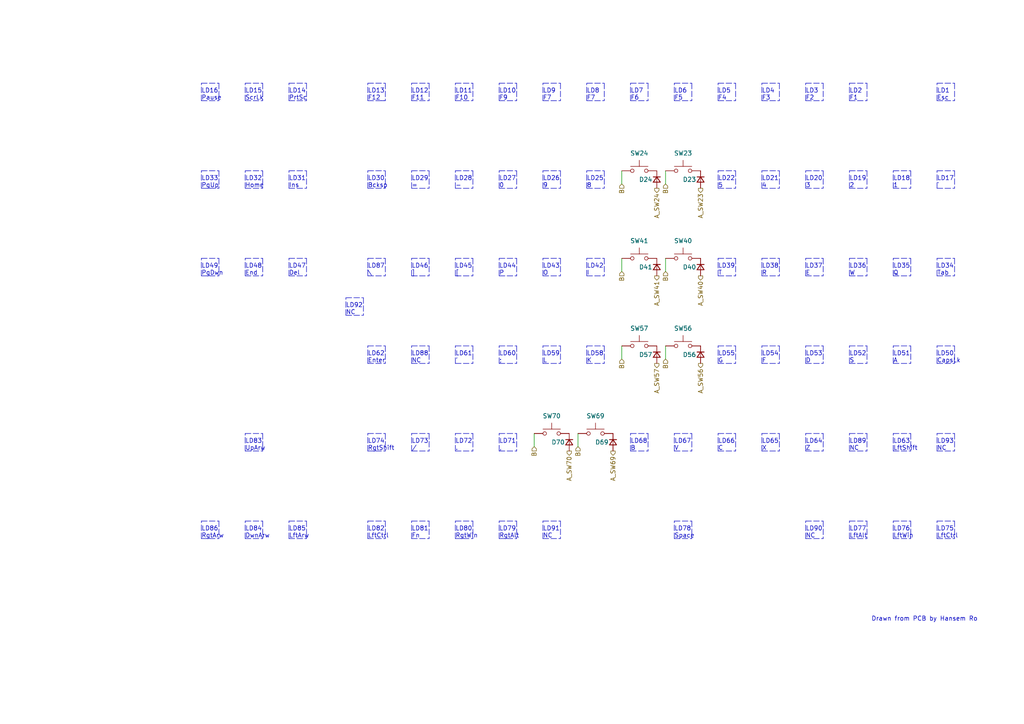
<source format=kicad_sch>
(kicad_sch (version 20211123) (generator eeschema)
  (paper "A4")
  (lib_symbols
    (symbol "Device:D_Small" (pin_numbers hide) (pin_names (offset 0.254) hide)
      (property "Reference" "D" (at -1.27 2.032 0))
      (property "Value" "D_Small" (at -3.81 -2.032 0))
      (symbol "D_Small_0_1"
        (polyline (pts (xy -0.762 -1.016) (xy -0.762 1.016)) (stroke (width 0.254)))
        (polyline (pts (xy -0.762 0) (xy 0.762 0)))
        (polyline (pts (xy 0.762 -1.016) (xy -0.762 0) (xy 0.762 1.016) (xy 0.762 -1.016)) (stroke (width 0.254)))
      )
      (symbol "D_Small_1_1"
        (pin passive line (at -2.54 0 0) (length 1.778) (name "K") (number "1"))
        (pin passive line (at 2.54 0 180) (length 1.778) (name "A") (number "2"))
      )
    )
    (symbol "Switch:SW_Push" (pin_numbers hide) (pin_names (offset 1.016) hide)
      (property "Reference" "SW" (at 1.27 2.54 0))
      (property "Value" "SW_Push" (at 0 -1.524 0))
      (symbol "SW_Push_0_1"
        (circle (center -2.032 0) (radius 0.508))
        (polyline (pts (xy 0 1.27) (xy 0 3.048)))
        (polyline (pts (xy 2.54 1.27) (xy -2.54 1.27)))
        (circle (center 2.032 0) (radius 0.508))
        (pin passive line (at -5.08 0 0) (length 2.54) (name "1") (number "1"))
        (pin passive line (at 5.08 0 180) (length 2.54) (name "2") (number "2"))
      )
    )
  )
  (polyline (pts (xy 226.06 125.73) (xy 226.06 130.81)))
  (polyline (pts (xy 119.38 156.21) (xy 124.46 156.21)))
  (polyline (pts (xy 276.86 151.13) (xy 276.86 156.21)))
  (polyline (pts (xy 271.78 151.13) (xy 276.86 151.13)))
  (polyline (pts (xy 259.08 49.53) (xy 264.16 49.53)))
  (polyline (pts (xy 220.98 24.13) (xy 226.06 24.13)))
  (polyline (pts (xy 226.06 49.53) (xy 226.06 54.61)))
  (polyline (pts (xy 271.78 80.01) (xy 276.86 80.01)))
  (polyline (pts (xy 157.48 151.13) (xy 162.56 151.13)))
  (polyline (pts (xy 83.82 54.61) (xy 83.82 49.53)))
  (polyline (pts (xy 175.26 49.53) (xy 175.26 54.61)))
  (polyline (pts (xy 259.08 105.41) (xy 264.16 105.41)))
  (polyline (pts (xy 264.16 151.13) (xy 264.16 156.21)))
  (polyline (pts (xy 106.68 125.73) (xy 111.76 125.73)))
  (polyline (pts (xy 233.68 54.61) (xy 238.76 54.61)))
  (polyline (pts (xy 119.38 80.01) (xy 124.46 80.01)))
  (polyline (pts (xy 259.08 80.01) (xy 264.16 80.01)))
  (polyline (pts (xy 271.78 80.01) (xy 271.78 74.93)))
  (polyline (pts (xy 106.68 105.41) (xy 111.76 105.41)))
  (polyline (pts (xy 132.08 100.33) (xy 137.16 100.33)))
  (polyline (pts (xy 157.48 54.61) (xy 157.48 49.53)))
  (polyline (pts (xy 195.58 125.73) (xy 200.66 125.73)))
  (polyline (pts (xy 137.16 24.13) (xy 137.16 29.21)))
  (polyline (pts (xy 119.38 151.13) (xy 124.46 151.13)))
  (polyline (pts (xy 208.28 105.41) (xy 213.36 105.41)))
  (polyline (pts (xy 170.18 29.21) (xy 170.18 24.13)))
  (polyline (pts (xy 246.38 80.01) (xy 251.46 80.01)))
  (polyline (pts (xy 157.48 24.13) (xy 162.56 24.13)))
  (polyline (pts (xy 132.08 24.13) (xy 137.16 24.13)))
  (polyline (pts (xy 220.98 49.53) (xy 226.06 49.53)))
  (polyline (pts (xy 144.78 130.81) (xy 149.86 130.81)))
  (polyline (pts (xy 208.28 130.81) (xy 213.36 130.81)))
  (polyline (pts (xy 170.18 29.21) (xy 175.26 29.21)))
  (polyline (pts (xy 195.58 130.81) (xy 195.58 125.73)))
  (polyline (pts (xy 132.08 105.41) (xy 137.16 105.41)))
  (polyline (pts (xy 246.38 49.53) (xy 251.46 49.53)))
  (polyline (pts (xy 170.18 105.41) (xy 175.26 105.41)))
  (polyline (pts (xy 144.78 80.01) (xy 149.86 80.01)))
  (polyline (pts (xy 271.78 24.13) (xy 276.86 24.13)))
  (polyline (pts (xy 88.9 74.93) (xy 88.9 80.01)))
  (polyline (pts (xy 170.18 54.61) (xy 170.18 49.53)))
  (polyline (pts (xy 149.86 49.53) (xy 149.86 54.61)))
  (polyline (pts (xy 251.46 125.73) (xy 251.46 130.81)))
  (polyline (pts (xy 233.68 151.13) (xy 238.76 151.13)))
  (polyline (pts (xy 208.28 130.81) (xy 208.28 125.73)))
  (polyline (pts (xy 106.68 54.61) (xy 106.68 49.53)))
  (polyline (pts (xy 271.78 105.41) (xy 276.86 105.41)))
  (polyline (pts (xy 195.58 130.81) (xy 200.66 130.81)))
  (polyline (pts (xy 132.08 74.93) (xy 137.16 74.93)))
  (polyline (pts (xy 208.28 29.21) (xy 213.36 29.21)))
  (polyline (pts (xy 233.68 49.53) (xy 238.76 49.53)))
  (polyline (pts (xy 144.78 80.01) (xy 144.78 74.93)))
  (polyline (pts (xy 106.68 29.21) (xy 106.68 24.13)))
  (polyline (pts (xy 276.86 24.13) (xy 276.86 29.21)))
  (polyline (pts (xy 246.38 54.61) (xy 251.46 54.61)))
  (polyline (pts (xy 88.9 24.13) (xy 88.9 29.21)))
  (polyline (pts (xy 233.68 29.21) (xy 238.76 29.21)))
  (polyline (pts (xy 213.36 125.73) (xy 213.36 130.81)))
  (polyline (pts (xy 58.42 29.21) (xy 63.5 29.21)))
  (polyline (pts (xy 233.68 54.61) (xy 233.68 49.53)))
  (polyline (pts (xy 58.42 151.13) (xy 63.5 151.13)))
  (polyline (pts (xy 208.28 24.13) (xy 213.36 24.13)))
  (polyline (pts (xy 76.2 125.73) (xy 76.2 130.81)))
  (polyline (pts (xy 137.16 74.93) (xy 137.16 80.01)))
  (polyline (pts (xy 71.12 54.61) (xy 76.2 54.61)))
  (polyline (pts (xy 213.36 49.53) (xy 213.36 54.61)))
  (polyline (pts (xy 233.68 74.93) (xy 238.76 74.93)))
  (polyline (pts (xy 259.08 130.81) (xy 259.08 125.73)))
  (polyline (pts (xy 220.98 105.41) (xy 220.98 100.33)))
  (polyline (pts (xy 124.46 125.73) (xy 124.46 130.81)))
  (polyline (pts (xy 106.68 80.01) (xy 106.68 74.93)))
  (polyline (pts (xy 124.46 74.93) (xy 124.46 80.01)))
  (polyline (pts (xy 105.41 86.36) (xy 105.41 91.44)))
  (polyline (pts (xy 259.08 156.21) (xy 259.08 151.13)))
  (polyline (pts (xy 200.66 125.73) (xy 200.66 130.81)))
  (polyline (pts (xy 88.9 49.53) (xy 88.9 54.61)))
  (polyline (pts (xy 238.76 151.13) (xy 238.76 156.21)))
  (polyline (pts (xy 157.48 105.41) (xy 162.56 105.41)))
  (polyline (pts (xy 246.38 29.21) (xy 251.46 29.21)))
  (polyline (pts (xy 220.98 105.41) (xy 226.06 105.41)))
  (polyline (pts (xy 246.38 105.41) (xy 251.46 105.41)))
  (polyline (pts (xy 58.42 24.13) (xy 63.5 24.13)))
  (polyline (pts (xy 100.33 86.36) (xy 105.41 86.36)))
  (polyline (pts (xy 271.78 130.81) (xy 271.78 125.73)))
  (polyline (pts (xy 132.08 130.81) (xy 132.08 125.73)))
  (polyline (pts (xy 111.76 24.13) (xy 111.76 29.21)))
  (polyline (pts (xy 238.76 74.93) (xy 238.76 80.01)))
  (polyline (pts (xy 106.68 80.01) (xy 111.76 80.01)))
  (polyline (pts (xy 144.78 54.61) (xy 149.86 54.61)))
  (polyline (pts (xy 271.78 54.61) (xy 276.86 54.61)))
  (polyline (pts (xy 124.46 24.13) (xy 124.46 29.21)))
  (polyline (pts (xy 124.46 49.53) (xy 124.46 54.61)))
  (polyline (pts (xy 71.12 125.73) (xy 76.2 125.73)))
  (polyline (pts (xy 76.2 74.93) (xy 76.2 80.01)))
  (polyline (pts (xy 157.48 156.21) (xy 162.56 156.21)))
  (polyline (pts (xy 182.88 29.21) (xy 187.96 29.21)))
  (polyline (pts (xy 208.28 49.53) (xy 213.36 49.53)))
  (polyline (pts (xy 162.56 49.53) (xy 162.56 54.61)))
  (wire (pts (xy 180.34 49.53) (xy 180.34 53.34)))
  (polyline (pts (xy 76.2 24.13) (xy 76.2 29.21)))
  (polyline (pts (xy 132.08 54.61) (xy 132.08 49.53)))
  (polyline (pts (xy 144.78 49.53) (xy 149.86 49.53)))
  (polyline (pts (xy 276.86 74.93) (xy 276.86 80.01)))
  (polyline (pts (xy 132.08 49.53) (xy 137.16 49.53)))
  (polyline (pts (xy 83.82 151.13) (xy 88.9 151.13)))
  (polyline (pts (xy 251.46 74.93) (xy 251.46 80.01)))
  (polyline (pts (xy 149.86 74.93) (xy 149.86 80.01)))
  (polyline (pts (xy 71.12 130.81) (xy 76.2 130.81)))
  (polyline (pts (xy 119.38 100.33) (xy 124.46 100.33)))
  (polyline (pts (xy 111.76 29.21) (xy 110.49 29.21)))
  (polyline (pts (xy 71.12 49.53) (xy 76.2 49.53)))
  (polyline (pts (xy 58.42 74.93) (xy 63.5 74.93)))
  (polyline (pts (xy 71.12 156.21) (xy 76.2 156.21)))
  (polyline (pts (xy 195.58 156.21) (xy 195.58 151.13)))
  (polyline (pts (xy 208.28 74.93) (xy 213.36 74.93)))
  (polyline (pts (xy 246.38 156.21) (xy 246.38 151.13)))
  (polyline (pts (xy 170.18 100.33) (xy 175.26 100.33)))
  (polyline (pts (xy 233.68 80.01) (xy 233.68 74.93)))
  (polyline (pts (xy 157.48 29.21) (xy 157.48 24.13)))
  (polyline (pts (xy 83.82 156.21) (xy 88.9 156.21)))
  (polyline (pts (xy 233.68 125.73) (xy 238.76 125.73)))
  (polyline (pts (xy 246.38 74.93) (xy 251.46 74.93)))
  (wire (pts (xy 193.04 100.33) (xy 193.04 104.14)))
  (wire (pts (xy 154.94 125.73) (xy 154.94 129.54)))
  (polyline (pts (xy 106.68 105.41) (xy 106.68 100.33)))
  (wire (pts (xy 193.04 49.53) (xy 193.04 53.34)))
  (polyline (pts (xy 220.98 80.01) (xy 220.98 74.93)))
  (polyline (pts (xy 132.08 29.21) (xy 132.08 24.13)))
  (polyline (pts (xy 111.76 74.93) (xy 111.76 80.01)))
  (polyline (pts (xy 271.78 74.93) (xy 276.86 74.93)))
  (polyline (pts (xy 132.08 130.81) (xy 137.16 130.81)))
  (polyline (pts (xy 175.26 74.93) (xy 175.26 80.01)))
  (polyline (pts (xy 170.18 80.01) (xy 175.26 80.01)))
  (polyline (pts (xy 71.12 29.21) (xy 71.12 24.13)))
  (polyline (pts (xy 246.38 125.73) (xy 251.46 125.73)))
  (polyline (pts (xy 58.42 29.21) (xy 58.42 24.13)))
  (polyline (pts (xy 106.68 151.13) (xy 111.76 151.13)))
  (polyline (pts (xy 106.68 156.21) (xy 111.76 156.21)))
  (polyline (pts (xy 137.16 151.13) (xy 137.16 156.21)))
  (polyline (pts (xy 157.48 80.01) (xy 162.56 80.01)))
  (polyline (pts (xy 271.78 100.33) (xy 276.86 100.33)))
  (polyline (pts (xy 71.12 54.61) (xy 71.12 49.53)))
  (polyline (pts (xy 208.28 80.01) (xy 208.28 74.93)))
  (polyline (pts (xy 119.38 105.41) (xy 119.38 100.33)))
  (polyline (pts (xy 226.06 100.33) (xy 226.06 105.41)))
  (polyline (pts (xy 83.82 74.93) (xy 88.9 74.93)))
  (polyline (pts (xy 157.48 29.21) (xy 162.56 29.21)))
  (polyline (pts (xy 182.88 130.81) (xy 187.96 130.81)))
  (polyline (pts (xy 238.76 125.73) (xy 238.76 130.81)))
  (polyline (pts (xy 170.18 24.13) (xy 175.26 24.13)))
  (polyline (pts (xy 170.18 54.61) (xy 175.26 54.61)))
  (polyline (pts (xy 233.68 100.33) (xy 238.76 100.33)))
  (polyline (pts (xy 200.66 151.13) (xy 200.66 156.21)))
  (polyline (pts (xy 144.78 29.21) (xy 149.86 29.21)))
  (polyline (pts (xy 271.78 54.61) (xy 271.78 49.53)))
  (polyline (pts (xy 88.9 151.13) (xy 88.9 156.21)))
  (polyline (pts (xy 83.82 54.61) (xy 88.9 54.61)))
  (polyline (pts (xy 271.78 156.21) (xy 271.78 151.13)))
  (polyline (pts (xy 58.42 49.53) (xy 63.5 49.53)))
  (polyline (pts (xy 271.78 29.21) (xy 276.86 29.21)))
  (polyline (pts (xy 106.68 130.81) (xy 111.76 130.81)))
  (polyline (pts (xy 63.5 151.13) (xy 63.5 156.21)))
  (polyline (pts (xy 246.38 130.81) (xy 246.38 125.73)))
  (polyline (pts (xy 251.46 49.53) (xy 251.46 54.61)))
  (polyline (pts (xy 71.12 29.21) (xy 76.2 29.21)))
  (polyline (pts (xy 246.38 130.81) (xy 251.46 130.81)))
  (polyline (pts (xy 187.96 125.73) (xy 187.96 130.81)))
  (polyline (pts (xy 271.78 130.81) (xy 276.86 130.81)))
  (polyline (pts (xy 233.68 156.21) (xy 233.68 151.13)))
  (polyline (pts (xy 220.98 54.61) (xy 220.98 49.53)))
  (polyline (pts (xy 162.56 151.13) (xy 162.56 156.21)))
  (polyline (pts (xy 63.5 74.93) (xy 63.5 80.01)))
  (polyline (pts (xy 182.88 125.73) (xy 187.96 125.73)))
  (polyline (pts (xy 271.78 29.21) (xy 271.78 24.13)))
  (polyline (pts (xy 132.08 151.13) (xy 137.16 151.13)))
  (polyline (pts (xy 149.86 24.13) (xy 149.86 29.21)))
  (polyline (pts (xy 124.46 151.13) (xy 124.46 156.21)))
  (polyline (pts (xy 58.42 80.01) (xy 58.42 74.93)))
  (polyline (pts (xy 187.96 24.13) (xy 187.96 29.21)))
  (polyline (pts (xy 200.66 24.13) (xy 200.66 29.21)))
  (wire (pts (xy 180.34 74.93) (xy 180.34 78.74)))
  (polyline (pts (xy 58.42 54.61) (xy 58.42 49.53)))
  (polyline (pts (xy 157.48 49.53) (xy 162.56 49.53)))
  (polyline (pts (xy 195.58 156.21) (xy 200.66 156.21)))
  (polyline (pts (xy 220.98 74.93) (xy 226.06 74.93)))
  (polyline (pts (xy 83.82 80.01) (xy 88.9 80.01)))
  (polyline (pts (xy 220.98 125.73) (xy 226.06 125.73)))
  (polyline (pts (xy 137.16 100.33) (xy 137.16 105.41)))
  (polyline (pts (xy 106.68 156.21) (xy 106.68 151.13)))
  (polyline (pts (xy 58.42 156.21) (xy 63.5 156.21)))
  (polyline (pts (xy 233.68 80.01) (xy 238.76 80.01)))
  (polyline (pts (xy 259.08 125.73) (xy 264.16 125.73)))
  (polyline (pts (xy 132.08 80.01) (xy 137.16 80.01)))
  (polyline (pts (xy 71.12 24.13) (xy 76.2 24.13)))
  (polyline (pts (xy 157.48 54.61) (xy 162.56 54.61)))
  (polyline (pts (xy 162.56 74.93) (xy 162.56 80.01)))
  (polyline (pts (xy 124.46 100.33) (xy 124.46 105.41)))
  (polyline (pts (xy 63.5 24.13) (xy 63.5 29.21)))
  (polyline (pts (xy 246.38 80.01) (xy 246.38 74.93)))
  (polyline (pts (xy 220.98 29.21) (xy 220.98 24.13)))
  (polyline (pts (xy 157.48 100.33) (xy 162.56 100.33)))
  (polyline (pts (xy 182.88 24.13) (xy 187.96 24.13)))
  (polyline (pts (xy 264.16 100.33) (xy 264.16 105.41)))
  (polyline (pts (xy 106.68 74.93) (xy 111.76 74.93)))
  (polyline (pts (xy 144.78 156.21) (xy 144.78 151.13)))
  (polyline (pts (xy 233.68 29.21) (xy 233.68 24.13)))
  (polyline (pts (xy 246.38 105.41) (xy 246.38 100.33)))
  (wire (pts (xy 193.04 74.93) (xy 193.04 78.74)))
  (polyline (pts (xy 71.12 80.01) (xy 71.12 74.93)))
  (polyline (pts (xy 208.28 125.73) (xy 213.36 125.73)))
  (polyline (pts (xy 106.68 49.53) (xy 111.76 49.53)))
  (polyline (pts (xy 271.78 105.41) (xy 271.78 100.33)))
  (polyline (pts (xy 264.16 74.93) (xy 264.16 80.01)))
  (polyline (pts (xy 106.68 29.21) (xy 111.76 29.21)))
  (polyline (pts (xy 144.78 130.81) (xy 144.78 125.73)))
  (polyline (pts (xy 106.68 54.61) (xy 111.76 54.61)))
  (polyline (pts (xy 76.2 49.53) (xy 76.2 54.61)))
  (polyline (pts (xy 233.68 130.81) (xy 233.68 125.73)))
  (polyline (pts (xy 132.08 156.21) (xy 132.08 151.13)))
  (wire (pts (xy 180.34 100.33) (xy 180.34 104.14)))
  (polyline (pts (xy 238.76 24.13) (xy 238.76 29.21)))
  (polyline (pts (xy 58.42 54.61) (xy 63.5 54.61)))
  (polyline (pts (xy 144.78 156.21) (xy 149.86 156.21)))
  (polyline (pts (xy 238.76 49.53) (xy 238.76 54.61)))
  (polyline (pts (xy 119.38 24.13) (xy 124.46 24.13)))
  (polyline (pts (xy 259.08 130.81) (xy 264.16 130.81)))
  (polyline (pts (xy 195.58 24.13) (xy 200.66 24.13)))
  (polyline (pts (xy 271.78 156.21) (xy 276.86 156.21)))
  (polyline (pts (xy 144.78 24.13) (xy 149.86 24.13)))
  (polyline (pts (xy 259.08 151.13) (xy 264.16 151.13)))
  (polyline (pts (xy 220.98 80.01) (xy 226.06 80.01)))
  (polyline (pts (xy 76.2 151.13) (xy 76.2 156.21)))
  (polyline (pts (xy 259.08 54.61) (xy 264.16 54.61)))
  (polyline (pts (xy 182.88 29.21) (xy 182.88 24.13)))
  (polyline (pts (xy 144.78 54.61) (xy 144.78 49.53)))
  (polyline (pts (xy 220.98 100.33) (xy 226.06 100.33)))
  (polyline (pts (xy 157.48 74.93) (xy 162.56 74.93)))
  (polyline (pts (xy 119.38 29.21) (xy 119.38 24.13)))
  (polyline (pts (xy 119.38 54.61) (xy 124.46 54.61)))
  (polyline (pts (xy 137.16 125.73) (xy 137.16 130.81)))
  (polyline (pts (xy 246.38 156.21) (xy 251.46 156.21)))
  (polyline (pts (xy 119.38 54.61) (xy 119.38 49.53)))
  (polyline (pts (xy 83.82 156.21) (xy 83.82 151.13)))
  (polyline (pts (xy 195.58 29.21) (xy 200.66 29.21)))
  (polyline (pts (xy 111.76 100.33) (xy 111.76 105.41)))
  (polyline (pts (xy 251.46 100.33) (xy 251.46 105.41)))
  (polyline (pts (xy 157.48 80.01) (xy 157.48 74.93)))
  (polyline (pts (xy 83.82 49.53) (xy 88.9 49.53)))
  (polyline (pts (xy 233.68 24.13) (xy 238.76 24.13)))
  (polyline (pts (xy 111.76 49.53) (xy 111.76 54.61)))
  (polyline (pts (xy 246.38 151.13) (xy 251.46 151.13)))
  (polyline (pts (xy 259.08 80.01) (xy 259.08 74.93)))
  (polyline (pts (xy 233.68 105.41) (xy 233.68 100.33)))
  (polyline (pts (xy 58.42 80.01) (xy 63.5 80.01)))
  (polyline (pts (xy 132.08 156.21) (xy 137.16 156.21)))
  (polyline (pts (xy 162.56 100.33) (xy 162.56 105.41)))
  (polyline (pts (xy 144.78 100.33) (xy 149.86 100.33)))
  (polyline (pts (xy 213.36 24.13) (xy 213.36 29.21)))
  (polyline (pts (xy 175.26 100.33) (xy 175.26 105.41)))
  (polyline (pts (xy 144.78 105.41) (xy 149.86 105.41)))
  (polyline (pts (xy 119.38 74.93) (xy 124.46 74.93)))
  (polyline (pts (xy 144.78 125.73) (xy 149.86 125.73)))
  (polyline (pts (xy 246.38 24.13) (xy 251.46 24.13)))
  (polyline (pts (xy 246.38 54.61) (xy 246.38 49.53)))
  (polyline (pts (xy 276.86 100.33) (xy 276.86 105.41)))
  (polyline (pts (xy 213.36 100.33) (xy 213.36 105.41)))
  (polyline (pts (xy 149.86 151.13) (xy 149.86 156.21)))
  (polyline (pts (xy 170.18 80.01) (xy 170.18 74.93)))
  (polyline (pts (xy 119.38 156.21) (xy 119.38 151.13)))
  (polyline (pts (xy 271.78 125.73) (xy 276.86 125.73)))
  (polyline (pts (xy 208.28 54.61) (xy 213.36 54.61)))
  (polyline (pts (xy 83.82 29.21) (xy 83.82 24.13)))
  (polyline (pts (xy 195.58 151.13) (xy 200.66 151.13)))
  (polyline (pts (xy 220.98 130.81) (xy 226.06 130.81)))
  (polyline (pts (xy 71.12 151.13) (xy 76.2 151.13)))
  (polyline (pts (xy 182.88 130.81) (xy 182.88 125.73)))
  (polyline (pts (xy 220.98 29.21) (xy 226.06 29.21)))
  (polyline (pts (xy 132.08 54.61) (xy 137.16 54.61)))
  (polyline (pts (xy 170.18 74.93) (xy 175.26 74.93)))
  (polyline (pts (xy 144.78 105.41) (xy 144.78 100.33)))
  (polyline (pts (xy 119.38 29.21) (xy 124.46 29.21)))
  (polyline (pts (xy 132.08 125.73) (xy 137.16 125.73)))
  (polyline (pts (xy 259.08 100.33) (xy 264.16 100.33)))
  (polyline (pts (xy 106.68 100.33) (xy 111.76 100.33)))
  (polyline (pts (xy 144.78 151.13) (xy 149.86 151.13)))
  (polyline (pts (xy 119.38 130.81) (xy 124.46 130.81)))
  (polyline (pts (xy 119.38 125.73) (xy 124.46 125.73)))
  (polyline (pts (xy 111.76 151.13) (xy 111.76 156.21)))
  (polyline (pts (xy 233.68 130.81) (xy 238.76 130.81)))
  (polyline (pts (xy 208.28 29.21) (xy 208.28 24.13)))
  (polyline (pts (xy 259.08 54.61) (xy 259.08 49.53)))
  (polyline (pts (xy 157.48 156.21) (xy 157.48 151.13)))
  (polyline (pts (xy 251.46 24.13) (xy 251.46 29.21)))
  (polyline (pts (xy 246.38 29.21) (xy 246.38 24.13)))
  (polyline (pts (xy 132.08 105.41) (xy 132.08 100.33)))
  (polyline (pts (xy 119.38 49.53) (xy 124.46 49.53)))
  (polyline (pts (xy 71.12 156.21) (xy 71.12 151.13)))
  (polyline (pts (xy 226.06 24.13) (xy 226.06 29.21)))
  (wire (pts (xy 167.64 125.73) (xy 167.64 129.54)))
  (polyline (pts (xy 259.08 156.21) (xy 264.16 156.21)))
  (polyline (pts (xy 220.98 130.81) (xy 220.98 125.73)))
  (polyline (pts (xy 238.76 100.33) (xy 238.76 105.41)))
  (polyline (pts (xy 119.38 105.41) (xy 124.46 105.41)))
  (polyline (pts (xy 264.16 125.73) (xy 264.16 130.81)))
  (polyline (pts (xy 233.68 105.41) (xy 238.76 105.41)))
  (polyline (pts (xy 208.28 100.33) (xy 213.36 100.33)))
  (polyline (pts (xy 71.12 74.93) (xy 76.2 74.93)))
  (polyline (pts (xy 251.46 151.13) (xy 251.46 156.21)))
  (polyline (pts (xy 71.12 130.81) (xy 71.12 125.73)))
  (polyline (pts (xy 83.82 80.01) (xy 83.82 74.93)))
  (polyline (pts (xy 119.38 80.01) (xy 119.38 74.93)))
  (polyline (pts (xy 276.86 49.53) (xy 276.86 54.61)))
  (polyline (pts (xy 119.38 130.81) (xy 119.38 125.73)))
  (polyline (pts (xy 132.08 80.01) (xy 132.08 74.93)))
  (polyline (pts (xy 259.08 74.93) (xy 264.16 74.93)))
  (polyline (pts (xy 83.82 29.21) (xy 88.9 29.21)))
  (polyline (pts (xy 100.33 91.44) (xy 100.33 86.36)))
  (polyline (pts (xy 58.42 156.21) (xy 58.42 151.13)))
  (polyline (pts (xy 106.68 130.81) (xy 106.68 125.73)))
  (polyline (pts (xy 157.48 105.41) (xy 157.48 100.33)))
  (polyline (pts (xy 233.68 156.21) (xy 238.76 156.21)))
  (polyline (pts (xy 175.26 24.13) (xy 175.26 29.21)))
  (polyline (pts (xy 220.98 54.61) (xy 226.06 54.61)))
  (polyline (pts (xy 208.28 80.01) (xy 213.36 80.01)))
  (polyline (pts (xy 246.38 100.33) (xy 251.46 100.33)))
  (polyline (pts (xy 195.58 29.21) (xy 195.58 24.13)))
  (polyline (pts (xy 149.86 125.73) (xy 149.86 130.81)))
  (polyline (pts (xy 208.28 54.61) (xy 208.28 49.53)))
  (polyline (pts (xy 271.78 49.53) (xy 276.86 49.53)))
  (polyline (pts (xy 83.82 24.13) (xy 88.9 24.13)))
  (polyline (pts (xy 149.86 100.33) (xy 149.86 105.41)))
  (polyline (pts (xy 170.18 105.41) (xy 170.18 100.33)))
  (polyline (pts (xy 63.5 49.53) (xy 63.5 54.61)))
  (polyline (pts (xy 226.06 74.93) (xy 226.06 80.01)))
  (polyline (pts (xy 100.33 91.44) (xy 105.41 91.44)))
  (polyline (pts (xy 111.76 125.73) (xy 111.76 130.81)))
  (polyline (pts (xy 162.56 24.13) (xy 162.56 29.21)))
  (polyline (pts (xy 137.16 49.53) (xy 137.16 54.61)))
  (polyline (pts (xy 144.78 29.21) (xy 144.78 24.13)))
  (polyline (pts (xy 259.08 105.41) (xy 259.08 100.33)))
  (polyline (pts (xy 106.68 24.13) (xy 111.76 24.13)))
  (polyline (pts (xy 170.18 49.53) (xy 175.26 49.53)))
  (polyline (pts (xy 276.86 125.73) (xy 276.86 130.81)))
  (polyline (pts (xy 132.08 29.21) (xy 137.16 29.21)))
  (polyline (pts (xy 264.16 49.53) (xy 264.16 54.61)))
  (polyline (pts (xy 144.78 74.93) (xy 149.86 74.93)))
  (polyline (pts (xy 213.36 74.93) (xy 213.36 80.01)))
  (polyline (pts (xy 71.12 80.01) (xy 76.2 80.01)))
  (polyline (pts (xy 208.28 105.41) (xy 208.28 100.33)))
  (text "LD31\nIns" (at 83.82 54.61 0) (effects (font (size 1.27 1.27)) (justify left bottom)))
  (text "LD13\nF12" (at 106.68 29.21 0) (effects (font (size 1.27 1.27)) (justify left bottom)))
  (text "LD20\n3" (at 233.68 54.61 0) (effects (font (size 1.27 1.27)) (justify left bottom)))
  (text "LD67\nV" (at 195.58 130.81 0) (effects (font (size 1.27 1.27)) (justify left bottom)))
  (text "LD73\n/" (at 119.38 130.81 0) (effects (font (size 1.27 1.27)) (justify left bottom)))
  (text "LD55\nG" (at 208.28 105.41 0) (effects (font (size 1.27 1.27)) (justify left bottom)))
  (text "LD88\nNC" (at 119.38 105.41 0) (effects (font (size 1.27 1.27)) (justify left bottom)))
  (text "LD65\nX" (at 220.98 130.81 0) (effects (font (size 1.27 1.27)) (justify left bottom)))
  (text "LD32\nHome" (at 71.12 54.61 0) (effects (font (size 1.27 1.27)) (justify left bottom)))
  (text "LD54\nF" (at 220.98 105.41 0) (effects (font (size 1.27 1.27)) (justify left bottom)))
  (text "LD10\nF9" (at 144.78 29.21 0) (effects (font (size 1.27 1.27)) (justify left bottom)))
  (text "LD64\nZ" (at 233.68 130.81 0) (effects (font (size 1.27 1.27)) (justify left bottom)))
  (text "LD87\n\\" (at 106.68 80.01 0) (effects (font (size 1.27 1.27)) (justify left bottom)))
  (text "LD27\n0" (at 144.78 54.61 0) (effects (font (size 1.27 1.27)) (justify left bottom)))
  (text "LD66\nC" (at 208.28 130.81 0) (effects (font (size 1.27 1.27)) (justify left bottom)))
  (text "LD11\nF10" (at 132.08 29.21 0) (effects (font (size 1.27 1.27)) (justify left bottom)))
  (text "LD19\n2" (at 246.38 54.61 0) (effects (font (size 1.27 1.27)) (justify left bottom)))
  (text "LD58\nK" (at 170.18 105.41 0) (effects (font (size 1.27 1.27)) (justify left bottom)))
  (text "LD60\n;" (at 144.78 105.41 0) (effects (font (size 1.27 1.27)) (justify left bottom)))
  (text "LD79\nRgtAlt" (at 144.78 156.21 0) (effects (font (size 1.27 1.27)) (justify left bottom)))
  (text "LD30\nBcksp" (at 106.68 54.61 0) (effects (font (size 1.27 1.27)) (justify left bottom)))
  (text "LD36\nW" (at 246.38 80.01 0) (effects (font (size 1.27 1.27)) (justify left bottom)))
  (text "LD51\nA" (at 259.08 105.41 0) (effects (font (size 1.27 1.27)) (justify left bottom)))
  (text "LD35\nQ" (at 259.08 80.01 0) (effects (font (size 1.27 1.27)) (justify left bottom)))
  (text "LD72\n." (at 132.08 130.81 0) (effects (font (size 1.27 1.27)) (justify left bottom)))
  (text "LD4\nF3" (at 220.98 29.21 0) (effects (font (size 1.27 1.27)) (justify left bottom)))
  (text "LD15\nScrLk" (at 71.12 29.21 0) (effects (font (size 1.27 1.27)) (justify left bottom)))
  (text "LD59\nL" (at 157.48 105.41 0) (effects (font (size 1.27 1.27)) (justify left bottom)))
  (text "LD74\nRgtShift" (at 106.68 130.81 0) (effects (font (size 1.27 1.27)) (justify left bottom)))
  (text "LD6\nF5" (at 195.58 29.21 0) (effects (font (size 1.27 1.27)) (justify left bottom)))
  (text "LD80\nRgtWin" (at 132.08 156.21 0) (effects (font (size 1.27 1.27)) (justify left bottom)))
  (text "LD50\nCapsLk" (at 271.78 105.41 0) (effects (font (size 1.27 1.27)) (justify left bottom)))
  (text "LD38\nR" (at 220.98 80.01 0) (effects (font (size 1.27 1.27)) (justify left bottom)))
  (text "LD7\nF6" (at 182.88 29.21 0) (effects (font (size 1.27 1.27)) (justify left bottom)))
  (text "LD9\nF7" (at 157.48 29.21 0) (effects (font (size 1.27 1.27)) (justify left bottom)))
  (text "LD84\nDwnArw" (at 71.12 156.21 0) (effects (font (size 1.27 1.27)) (justify left bottom)))
  (text "LD17\n`" (at 271.78 54.61 0) (effects (font (size 1.27 1.27)) (justify left bottom)))
  (text "LD68\nB" (at 182.88 130.81 0) (effects (font (size 1.27 1.27)) (justify left bottom)))
  (text "LD63\nLftShift" (at 259.08 130.81 0) (effects (font (size 1.27 1.27)) (justify left bottom)))
  (text "LD90\nNC" (at 233.68 156.21 0) (effects (font (size 1.27 1.27)) (justify left bottom)))
  (text "LD26\n9" (at 157.48 54.61 0) (effects (font (size 1.27 1.27)) (justify left bottom)))
  (text "LD42\nI" (at 170.18 80.01 0) (effects (font (size 1.27 1.27)) (justify left bottom)))
  (text "LD18\n1" (at 259.08 54.61 0) (effects (font (size 1.27 1.27)) (justify left bottom)))
  (text "LD48\nEnd" (at 71.12 80.01 0) (effects (font (size 1.27 1.27)) (justify left bottom)))
  (text "Drawn from PCB by Hansem Ro" (at 252.73 180.34 0) (effects (font (size 1.27 1.27)) (justify left bottom)))
  (text "LD12\nF11" (at 119.38 29.21 0) (effects (font (size 1.27 1.27)) (justify left bottom)))
  (text "LD76\nLftWin" (at 259.08 156.21 0) (effects (font (size 1.27 1.27)) (justify left bottom)))
  (text "LD46\n]" (at 119.38 80.01 0) (effects (font (size 1.27 1.27)) (justify left bottom)))
  (text "LD86\nRgtArw" (at 58.42 156.21 0) (effects (font (size 1.27 1.27)) (justify left bottom)))
  (text "LD29\n=" (at 119.38 54.61 0) (effects (font (size 1.27 1.27)) (justify left bottom)))
  (text "LD71\n," (at 144.78 130.81 0) (effects (font (size 1.27 1.27)) (justify left bottom)))
  (text "LD37\nE" (at 233.68 80.01 0) (effects (font (size 1.27 1.27)) (justify left bottom)))
  (text "LD89\nNC" (at 246.38 130.81 0) (effects (font (size 1.27 1.27)) (justify left bottom)))
  (text "LD5\nF4" (at 208.28 29.21 0) (effects (font (size 1.27 1.27)) (justify left bottom)))
  (text "LD49\nPgDwn" (at 58.42 80.01 0) (effects (font (size 1.27 1.27)) (justify left bottom)))
  (text "LD14\nPrtSc" (at 83.82 29.21 0) (effects (font (size 1.27 1.27)) (justify left bottom)))
  (text "LD44\nP" (at 144.78 80.01 0) (effects (font (size 1.27 1.27)) (justify left bottom)))
  (text "LD21\n4" (at 220.98 54.61 0) (effects (font (size 1.27 1.27)) (justify left bottom)))
  (text "LD3\nF2" (at 233.68 29.21 0) (effects (font (size 1.27 1.27)) (justify left bottom)))
  (text "LD82\nLftCtrl" (at 106.68 156.21 0) (effects (font (size 1.27 1.27)) (justify left bottom)))
  (text "LD28\n-" (at 132.08 54.61 0) (effects (font (size 1.27 1.27)) (justify left bottom)))
  (text "LD1\nEsc" (at 271.78 29.21 0) (effects (font (size 1.27 1.27)) (justify left bottom)))
  (text "LD81\nFn" (at 119.38 156.21 0) (effects (font (size 1.27 1.27)) (justify left bottom)))
  (text "LD39\nT" (at 208.28 80.01 0) (effects (font (size 1.27 1.27)) (justify left bottom)))
  (text "LD45\n[" (at 132.08 80.01 0) (effects (font (size 1.27 1.27)) (justify left bottom)))
  (text "LD93\nNC" (at 271.78 130.81 0) (effects (font (size 1.27 1.27)) (justify left bottom)))
  (text "LD43\nO" (at 157.48 80.01 0) (effects (font (size 1.27 1.27)) (justify left bottom)))
  (text "LD47\nDel" (at 83.82 80.01 0) (effects (font (size 1.27 1.27)) (justify left bottom)))
  (text "LD52\nS" (at 246.38 105.41 0) (effects (font (size 1.27 1.27)) (justify left bottom)))
  (text "LD33\nPgUp" (at 58.42 54.61 0) (effects (font (size 1.27 1.27)) (justify left bottom)))
  (text "LD2\nF1" (at 246.38 29.21 0) (effects (font (size 1.27 1.27)) (justify left bottom)))
  (text "LD91\nNC" (at 157.48 156.21 0) (effects (font (size 1.27 1.27)) (justify left bottom)))
  (text "LD16\nPause" (at 58.42 29.21 0) (effects (font (size 1.27 1.27)) (justify left bottom)))
  (text "LD83\nUpArw" (at 71.12 130.81 0) (effects (font (size 1.27 1.27)) (justify left bottom)))
  (text "LD53\nD" (at 233.68 105.41 0) (effects (font (size 1.27 1.27)) (justify left bottom)))
  (text "LD8\nF7" (at 170.18 29.21 0) (effects (font (size 1.27 1.27)) (justify left bottom)))
  (text "LD61\n'" (at 132.08 105.41 0) (effects (font (size 1.27 1.27)) (justify left bottom)))
  (text "LD85\nLftArw" (at 83.82 156.21 0) (effects (font (size 1.27 1.27)) (justify left bottom)))
  (text "LD25\n8" (at 170.18 54.61 0) (effects (font (size 1.27 1.27)) (justify left bottom)))
  (text "LD78\nSpace" (at 195.58 156.21 0) (effects (font (size 1.27 1.27)) (justify left bottom)))
  (text "LD34\nTab" (at 271.78 80.01 0) (effects (font (size 1.27 1.27)) (justify left bottom)))
  (text "LD75\nLftCtrl" (at 271.78 156.21 0) (effects (font (size 1.27 1.27)) (justify left bottom)))
  (text "LD92\nNC" (at 100.33 91.44 0) (effects (font (size 1.27 1.27)) (justify left bottom)))
  (text "LD22\n5" (at 208.28 54.61 0) (effects (font (size 1.27 1.27)) (justify left bottom)))
  (text "LD77\nLftAlt" (at 246.38 156.21 0) (effects (font (size 1.27 1.27)) (justify left bottom)))
  (text "LD62\nEnter" (at 106.68 105.41 0) (effects (font (size 1.27 1.27)) (justify left bottom)))
  (hierarchical_label "B" (shape input) (at 167.64 129.54 270))
  (hierarchical_label "A_SW23" (shape output) (at 203.2 54.61 270))
  (hierarchical_label "B" (shape input) (at 180.34 78.74 270))
  (hierarchical_label "B" (shape input) (at 193.04 104.14 270))
  (hierarchical_label "A_SW69" (shape output) (at 177.8 130.81 270))
  (hierarchical_label "B" (shape input) (at 193.04 53.34 270))
  (hierarchical_label "A_SW41" (shape output) (at 190.5 80.01 270))
  (hierarchical_label "A_SW40" (shape output) (at 203.2 80.01 270))
  (hierarchical_label "B" (shape input) (at 193.04 78.74 270))
  (hierarchical_label "B" (shape input) (at 154.94 129.54 270))
  (hierarchical_label "A_SW24" (shape output) (at 190.5 54.61 270))
  (hierarchical_label "A_SW57" (shape output) (at 190.5 105.41 270))
  (hierarchical_label "B" (shape input) (at 180.34 104.14 270))
  (hierarchical_label "A_SW70" (shape output) (at 165.1 130.81 270))
  (hierarchical_label "B" (shape input) (at 180.34 53.34 270))
  (hierarchical_label "A_SW56" (shape output) (at 203.2 105.41 270))
  (symbol (lib_id "Switch:SW_Push") (at 198.12 49.53 0) (unit 1)
    (property "Reference" "SW23" (at 198.12 44.45 0))
  )
  (symbol (lib_id "Switch:SW_Push") (at 198.12 100.33 0) (unit 1)
    (property "Reference" "SW56" (at 198.12 95.25 0))
  )
  (symbol (lib_id "Switch:SW_Push") (at 185.42 100.33 0) (unit 1)
    (property "Reference" "SW57" (at 185.42 95.25 0))
  )
  (symbol (lib_id "Switch:SW_Push") (at 160.02 125.73 0) (unit 1)
    (property "Reference" "SW70" (at 160.02 120.65 0))
  )
  (symbol (lib_id "Switch:SW_Push") (at 198.12 74.93 0) (unit 1)
    (property "Reference" "SW40" (at 198.12 69.85 0))
  )
  (symbol (lib_id "Switch:SW_Push") (at 172.72 125.73 0) (unit 1)
    (property "Reference" "SW69" (at 172.72 120.65 0))
  )
  (symbol (lib_id "Device:D_Small") (at 203.2 77.47 270) (unit 1)
    (property "Reference" "D40" (at 201.93 77.47 90) (effects (justify right)))
  )
  (symbol (lib_id "Switch:SW_Push") (at 185.42 74.93 0) (unit 1)
    (property "Reference" "SW41" (at 185.42 69.85 0))
  )
  (symbol (lib_id "Device:D_Small") (at 177.8 128.27 270) (unit 1)
    (property "Reference" "D69" (at 176.53 128.27 90) (effects (justify right)))
  )
  (symbol (lib_id "Device:D_Small") (at 203.2 102.87 270) (unit 1)
    (property "Reference" "D56" (at 201.93 102.87 90) (effects (justify right)))
  )
  (symbol (lib_id "Switch:SW_Push") (at 185.42 49.53 0) (unit 1)
    (property "Reference" "SW24" (at 185.42 44.45 0))
  )
  (symbol (lib_id "Device:D_Small") (at 190.5 77.47 270) (unit 1)
    (property "Reference" "D41" (at 189.23 77.47 90) (effects (justify right)))
  )
  (symbol (lib_id "Device:D_Small") (at 190.5 52.07 270) (unit 1)
    (property "Reference" "D24" (at 189.23 52.07 90) (effects (justify right)))
  )
  (symbol (lib_id "Device:D_Small") (at 165.1 128.27 270) (unit 1)
    (property "Reference" "D70" (at 163.83 128.27 90) (effects (justify right)))
  )
  (symbol (lib_id "Device:D_Small") (at 190.5 102.87 270) (unit 1)
    (property "Reference" "D57" (at 189.23 102.87 90) (effects (justify right)))
  )
  (symbol (lib_id "Device:D_Small") (at 203.2 52.07 270) (unit 1)
    (property "Reference" "D23" (at 201.93 52.07 90) (effects (justify right)))
  )
)
</source>
